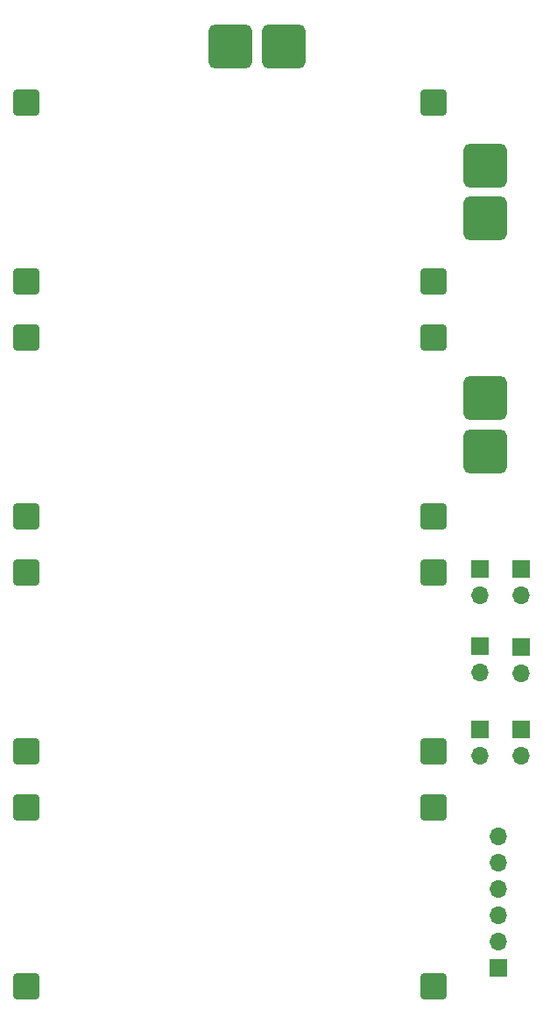
<source format=gts>
G04 #@! TF.GenerationSoftware,KiCad,Pcbnew,9.0.0-9.0.0-2~ubuntu24.04.1*
G04 #@! TF.CreationDate,2025-04-02T19:47:33+02:00*
G04 #@! TF.ProjectId,Buck_InterFace,4275636b-5f49-46e7-9465-72466163652e,rev?*
G04 #@! TF.SameCoordinates,Original*
G04 #@! TF.FileFunction,Soldermask,Top*
G04 #@! TF.FilePolarity,Negative*
%FSLAX46Y46*%
G04 Gerber Fmt 4.6, Leading zero omitted, Abs format (unit mm)*
G04 Created by KiCad (PCBNEW 9.0.0-9.0.0-2~ubuntu24.04.1) date 2025-04-02 19:47:33*
%MOMM*%
%LPD*%
G01*
G04 APERTURE LIST*
G04 Aperture macros list*
%AMRoundRect*
0 Rectangle with rounded corners*
0 $1 Rounding radius*
0 $2 $3 $4 $5 $6 $7 $8 $9 X,Y pos of 4 corners*
0 Add a 4 corners polygon primitive as box body*
4,1,4,$2,$3,$4,$5,$6,$7,$8,$9,$2,$3,0*
0 Add four circle primitives for the rounded corners*
1,1,$1+$1,$2,$3*
1,1,$1+$1,$4,$5*
1,1,$1+$1,$6,$7*
1,1,$1+$1,$8,$9*
0 Add four rect primitives between the rounded corners*
20,1,$1+$1,$2,$3,$4,$5,0*
20,1,$1+$1,$4,$5,$6,$7,0*
20,1,$1+$1,$6,$7,$8,$9,0*
20,1,$1+$1,$8,$9,$2,$3,0*%
G04 Aperture macros list end*
%ADD10O,1.700000X1.700000*%
%ADD11R,1.700000X1.700000*%
%ADD12RoundRect,0.381000X-0.889000X-0.889000X0.889000X-0.889000X0.889000X0.889000X-0.889000X0.889000X0*%
%ADD13RoundRect,0.637500X-1.487500X1.487500X-1.487500X-1.487500X1.487500X-1.487500X1.487500X1.487500X0*%
%ADD14RoundRect,0.637500X-1.487500X-1.487500X1.487500X-1.487500X1.487500X1.487500X-1.487500X1.487500X0*%
G04 APERTURE END LIST*
D10*
X152250000Y-115300000D03*
X152250000Y-117840000D03*
X152250000Y-120380000D03*
X152250000Y-122920000D03*
X152250000Y-125460000D03*
D11*
X152250000Y-128000000D03*
X150500000Y-96960000D03*
D10*
X150500000Y-99500000D03*
D12*
X106630000Y-44458000D03*
X106630000Y-61730000D03*
X146000000Y-44458000D03*
X146000000Y-61730000D03*
D11*
X154500000Y-89460000D03*
D10*
X154500000Y-92000000D03*
D11*
X154500000Y-105000000D03*
D10*
X154500000Y-107540000D03*
D12*
X106630000Y-67148000D03*
X106630000Y-84420000D03*
X146000000Y-67148000D03*
X146000000Y-84420000D03*
D13*
X151000000Y-50500000D03*
X151000000Y-55630800D03*
D14*
X126369200Y-39000000D03*
X131500000Y-39000000D03*
D13*
X151000000Y-73000000D03*
X151000000Y-78130800D03*
D11*
X150500000Y-105000000D03*
D10*
X150500000Y-107540000D03*
D12*
X106630000Y-89838000D03*
X106630000Y-107110000D03*
X146000000Y-89838000D03*
X146000000Y-107110000D03*
X106630000Y-112528000D03*
X106630000Y-129800000D03*
X146000000Y-112528000D03*
X146000000Y-129800000D03*
D11*
X154500000Y-97000000D03*
D10*
X154500000Y-99540000D03*
D11*
X150500000Y-89460000D03*
D10*
X150500000Y-92000000D03*
M02*

</source>
